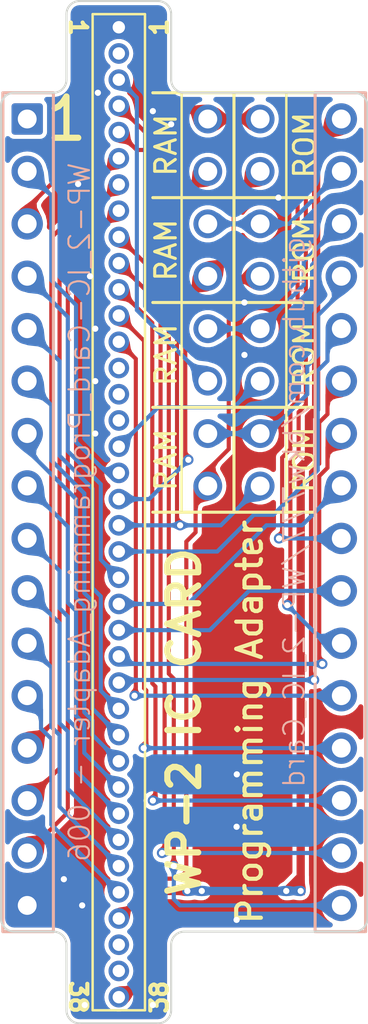
<source format=kicad_pcb>
(kicad_pcb (version 20240108) (generator "pcbnew") (generator_version "8.0")
  (title_block (title "WP-2_IC-Card_Programming_Adapter") (date "2025-05-07") (rev "006") (company "Brian K. White - b.kenyon.w@gmail.com"))
  (layers (0 "F.Cu" signal) (31 "B.Cu" signal) (34 "B.Paste" user) (35 "F.Paste" user) (36 "B.SilkS" user "B.Silkscreen") (37 "F.SilkS" user "F.Silkscreen") (38 "B.Mask" user) (39 "F.Mask" user) (44 "Edge.Cuts" user))
  (net 0 "")
  (net 1 "GND")
  (net 2 "/~{OE}")
  (net 3 "/D0")
  (net 4 "/D1")
  (net 5 "/D2")
  (net 6 "/D3")
  (net 7 "/D4")
  (net 8 "/D5")
  (net 9 "/D6")
  (net 10 "/D7")
  (net 11 "/A17")
  (net 12 "/A16")
  (net 13 "/A15")
  (net 14 "/A14")
  (net 15 "/A13")
  (net 16 "/A12")
  (net 17 "/A11")
  (net 18 "/A10")
  (net 19 "/A9")
  (net 20 "/A8")
  (net 21 "/A7")
  (net 22 "/A6")
  (net 23 "/A5")
  (net 24 "/A4")
  (net 25 "/A3")
  (net 26 "/A2")
  (net 27 "/A1")
  (net 28 "/A0")
  (net 29 "/R~{W}")
  (net 30 "/~{CE1}")
  (net 31 "/CE2")
  (net 32 "VCC")
  (net 33 "/A15_A14")
  (net 34 "/A14_~{WE}")
  (net 35 "/A17_CE2")
  (net 36 "/~{WE}_A15")
  (net 37 "/S3")
  (net 38 "/S1")
  (net 39 "/BCHK")
  (net 40 "/~{DET}")
  (net 41 "/T2")
  (net 42 "/S2")
  (footprint "000_LOCAL:2x16x600" (layer "F.Cu") (at 139.686 99.695)
    (property "Reference" "J2" (hide yes))
    (property "Value" "SST39SF020_DIP")
    (pad "1" thru_hole roundrect (at -7.62 -19.05) (size 1.524 1.524) (drill 0.9144) (layers "*.Cu" "*.Mask") (roundrect_rratio 0.1))
    (pad "2" thru_hole circle (at -7.62 -16.51) (size 1.524 1.524) (drill 0.9144) (layers "*.Cu" "*.Mask") (net 12 "/A16"))
    (pad "3" thru_hole circle (at -7.62 -13.97) (size 1.524 1.524) (drill 0.9144) (layers "*.Cu" "*.Mask") (net 33 "/A15_A14"))
    (pad "4" thru_hole circle (at -7.62 -11.43) (size 1.524 1.524) (drill 0.9144) (layers "*.Cu" "*.Mask") (net 16 "/A12"))
    (pad "5" thru_hole circle (at -7.62 -8.89) (size 1.524 1.524) (drill 0.9144) (layers "*.Cu" "*.Mask") (net 21 "/A7"))
    (pad "6" thru_hole circle (at -7.62 -6.35) (size 1.524 1.524) (drill 0.9144) (layers "*.Cu" "*.Mask") (net 22 "/A6"))
    (pad "7" thru_hole circle (at -7.62 -3.81) (size 1.524 1.524) (drill 0.9144) (layers "*.Cu" "*.Mask") (net 23 "/A5"))
    (pad "8" thru_hole circle (at -7.62 -1.27) (size 1.524 1.524) (drill 0.9144) (layers "*.Cu" "*.Mask") (net 24 "/A4"))
    (pad "9" thru_hole circle (at -7.62 1.27) (size 1.524 1.524) (drill 0.9144) (layers "*.Cu" "*.Mask") (net 25 "/A3"))
    (pad "10" thru_hole circle (at -7.62 3.81) (size 1.524 1.524) (drill 0.9144) (layers "*.Cu" "*.Mask") (net 26 "/A2"))
    (pad "11" thru_hole circle (at -7.62 6.35) (size 1.524 1.524) (drill 0.9144) (layers "*.Cu" "*.Mask") (net 27 "/A1"))
    (pad "12" thru_hole circle (at -7.62 8.89) (size 1.524 1.524) (drill 0.9144) (layers "*.Cu" "*.Mask") (net 28 "/A0"))
    (pad "13" thru_hole circle (at -7.62 11.43) (size 1.524 1.524) (drill 0.9144) (layers "*.Cu" "*.Mask") (net 3 "/D0"))
    (pad "14" thru_hole circle (at -7.62 13.97) (size 1.524 1.524) (drill 0.9144) (layers "*.Cu" "*.Mask") (net 4 "/D1"))
    (pad "15" thru_hole circle (at -7.62 16.51) (size 1.524 1.524) (drill 0.9144) (layers "*.Cu" "*.Mask") (net 5 "/D2"))
    (pad "16" thru_hole circle (at -7.62 19.05) (size 1.524 1.524) (drill 0.9144) (layers "*.Cu" "*.Mask") (net 1 "GND"))
    (pad "17" thru_hole circle (at 7.62 19.05) (size 1.524 1.524) (drill 0.9144) (layers "*.Cu" "*.Mask") (net 6 "/D3"))
    (pad "18" thru_hole circle (at 7.62 16.51) (size 1.524 1.524) (drill 0.9144) (layers "*.Cu" "*.Mask") (net 7 "/D4"))
    (pad "19" thru_hole circle (at 7.62 13.97) (size 1.524 1.524) (drill 0.9144) (layers "*.Cu" "*.Mask") (net 8 "/D5"))
    (pad "20" thru_hole circle (at 7.62 11.43) (size 1.524 1.524) (drill 0.9144) (layers "*.Cu" "*.Mask") (net 9 "/D6"))
    (pad "21" thru_hole circle (at 7.62 8.89) (size 1.524 1.524) (drill 0.9144) (layers "*.Cu" "*.Mask") (net 10 "/D7"))
    (pad "22" thru_hole circle (at 7.62 6.35) (size 1.524 1.524) (drill 0.9144) (layers "*.Cu" "*.Mask") (net 30 "/~{CE1}"))
    (pad "23" thru_hole circle (at 7.62 3.81) (size 1.524 1.524) (drill 0.9144) (layers "*.Cu" "*.Mask") (net 18 "/A10"))
    (pad "24" thru_hole circle (at 7.62 1.27) (size 1.524 1.524) (drill 0.9144) (layers "*.Cu" "*.Mask") (net 2 "/~{OE}"))
    (pad "25" thru_hole circle (at 7.62 -1.27) (size 1.524 1.524) (drill 0.9144) (layers "*.Cu" "*.Mask") (net 17 "/A11"))
    (pad "26" thru_hole circle (at 7.62 -3.81) (size 1.524 1.524) (drill 0.9144) (layers "*.Cu" "*.Mask") (net 19 "/A9"))
    (pad "27" thru_hole circle (at 7.62 -6.35) (size 1.524 1.524) (drill 0.9144) (layers "*.Cu" "*.Mask") (net 20 "/A8"))
    (pad "28" thru_hole circle (at 7.62 -8.89) (size 1.524 1.524) (drill 0.9144) (layers "*.Cu" "*.Mask") (net 15 "/A13"))
    (pad "29" thru_hole circle (at 7.62 -11.43) (size 1.524 1.524) (drill 0.9144) (layers "*.Cu" "*.Mask") (net 34 "/A14_~{WE}"))
    (pad "30" thru_hole circle (at 7.62 -13.97) (size 1.524 1.524) (drill 0.9144) (layers "*.Cu" "*.Mask") (net 35 "/A17_CE2"))
    (pad "31" thru_hole circle (at 7.62 -16.51) (size 1.524 1.524) (drill 0.9144) (layers "*.Cu" "*.Mask") (net 36 "/~{WE}_A15"))
    (pad "32" thru_hole circle (at 7.62 -19.05) (size 1.524 1.524) (drill 0.9144) (layers "*.Cu" "*.Mask") (net 32 "VCC"))
  )
  (footprint "000_LOCAL:2x8_jumper_block" (layer "F.Cu") (at 140.829 80.645)
    (property "Reference" "J3" (hide yes))
    (property "Value" "Conn_02x08_Odd_Even")
    (fp_line (start -1.27 -1.27) (end 3.81 -1.27) (stroke (width 0.12)) (layer "F.SilkS"))
    (fp_line (start -1.27 19.05) (end -1.27 -1.27) (stroke (width 0.12)) (layer "F.SilkS"))
    (fp_line (start 3.81 -1.27) (end 3.81 19.05) (stroke (width 0.12)) (layer "F.SilkS"))
    (fp_line (start 3.81 19.05) (end -1.27 19.05) (stroke (width 0.12)) (layer "F.SilkS"))
    (pad "1" thru_hole circle (at 0 0) (size 1.397 1.397) (drill 0.9144) (layers "*.Cu" "*.Mask") (net 33 "/A15_A14"))
    (pad "2" thru_hole circle (at 2.54 0) (size 1.397 1.397) (drill 0.9144) (layers "*.Cu" "*.Mask") (net 33 "/A15_A14"))
    (pad "3" thru_hole circle (at 0 2.54) (size 1.397 1.397) (drill 0.9144) (layers "*.Cu" "*.Mask") (net 14 "/A14"))
    (pad "4" thru_hole circle (at 2.54 2.54) (size 1.397 1.397) (drill 0.9144) (layers "*.Cu" "*.Mask") (net 13 "/A15"))
    (pad "5" thru_hole circle (at 0 5.08) (size 1.397 1.397) (drill 0.9144) (layers "*.Cu" "*.Mask") (net 36 "/~{WE}_A15"))
    (pad "6" thru_hole circle (at 2.54 5.08) (size 1.397 1.397) (drill 0.9144) (layers "*.Cu" "*.Mask") (net 36 "/~{WE}_A15"))
    (pad "7" thru_hole circle (at 0 7.62) (size 1.397 1.397) (drill 0.9144) (layers "*.Cu" "*.Mask") (net 13 "/A15"))
    (pad "8" thru_hole circle (at 2.54 7.62) (size 1.397 1.397) (drill 0.9144) (layers "*.Cu" "*.Mask") (net 29 "/R~{W}"))
    (pad "9" thru_hole circle (at 0 10.16) (size 1.397 1.397) (drill 0.9144) (layers "*.Cu" "*.Mask") (net 35 "/A17_CE2"))
    (pad "10" thru_hole circle (at 2.54 10.16) (size 1.397 1.397) (drill 0.9144) (layers "*.Cu" "*.Mask") (net 35 "/A17_CE2"))
    (pad "11" thru_hole circle (at 0 12.7) (size 1.397 1.397) (drill 0.9144) (layers "*.Cu" "*.Mask") (net 31 "/CE2"))
    (pad "12" thru_hole circle (at 2.54 12.7) (size 1.397 1.397) (drill 0.9144) (layers "*.Cu" "*.Mask") (net 11 "/A17"))
    (pad "13" thru_hole circle (at 0 15.24) (size 1.397 1.397) (drill 0.9144) (layers "*.Cu" "*.Mask") (net 34 "/A14_~{WE}"))
    (pad "14" thru_hole circle (at 2.54 15.24) (size 1.397 1.397) (drill 0.9144) (layers "*.Cu" "*.Mask") (net 34 "/A14_~{WE}"))
    (pad "15" thru_hole circle (at 0 17.78) (size 1.397 1.397) (drill 0.9144) (layers "*.Cu" "*.Mask") (net 29 "/R~{W}"))
    (pad "16" thru_hole circle (at 2.54 17.78) (size 1.397 1.397) (drill 0.9144) (layers "*.Cu" "*.Mask") (net 14 "/A14"))
  )
  (footprint "000_LOCAL:TMS-138-01-x-x" (layer "F.Cu") (at 136.511 99.695)
    (property "Reference" "J1" (hide yes))
    (property "Value" "TMS-138-01")
    (fp_line (start -1.27 -24.13) (end 1.27 -24.13) (stroke (width 0.12)) (layer "F.SilkS"))
    (fp_line (start -1.27 24.13) (end -1.27 -24.13) (stroke (width 0.12)) (layer "F.SilkS"))
    (fp_line (start 1.27 -24.13) (end 1.27 24.13) (stroke (width 0.12)) (layer "F.SilkS"))
    (fp_line (start 1.27 24.13) (end -1.27 24.13) (stroke (width 0.12)) (layer "F.SilkS"))
    (pad "1" thru_hole roundrect (at 0 -23.495) (size 1 1) (drill 0.6) (layers "*.Cu" "*.Mask") (roundrect_rratio 0.1) (net 1 "GND"))
    (pad "2" thru_hole circle (at 0 -22.225) (size 1 1) (drill 0.6) (layers "*.Cu" "*.Mask") (net 40 "/~{DET}"))
    (pad "3" thru_hole circle (at 0 -20.955) (size 1 1) (drill 0.6) (layers "*.Cu" "*.Mask") (net 31 "/CE2"))
    (pad "4" thru_hole circle (at 0 -19.685) (size 1 1) (drill 0.6) (layers "*.Cu" "*.Mask") (net 30 "/~{CE1}"))
    (pad "5" thru_hole circle (at 0 -18.415) (size 1 1) (drill 0.6) (layers "*.Cu" "*.Mask") (net 2 "/~{OE}"))
    (pad "6" thru_hole circle (at 0 -17.145) (size 1 1) (drill 0.6) (layers "*.Cu" "*.Mask") (net 3 "/D0"))
    (pad "7" thru_hole circle (at 0 -15.875) (size 1 1) (drill 0.6) (layers "*.Cu" "*.Mask") (net 4 "/D1"))
    (pad "8" thru_hole circle (at 0 -14.605) (size 1 1) (drill 0.6) (layers "*.Cu" "*.Mask") (net 5 "/D2"))
    (pad "9" thru_hole circle (at 0 -13.335) (size 1 1) (drill 0.6) (layers "*.Cu" "*.Mask") (net 6 "/D3"))
    (pad "10" thru_hole circle (at 0 -12.065) (size 1 1) (drill 0.6) (layers "*.Cu" "*.Mask") (net 7 "/D4"))
    (pad "11" thru_hole circle (at 0 -10.795) (size 1 1) (drill 0.6) (layers "*.Cu" "*.Mask") (net 8 "/D5"))
    (pad "12" thru_hole circle (at 0 -9.525) (size 1 1) (drill 0.6) (layers "*.Cu" "*.Mask") (net 9 "/D6"))
    (pad "13" thru_hole circle (at 0 -8.255) (size 1 1) (drill 0.6) (layers "*.Cu" "*.Mask") (net 10 "/D7"))
    (pad "14" thru_hole circle (at 0 -6.985) (size 1 1) (drill 0.6) (layers "*.Cu" "*.Mask") (net 41 "/T2"))
    (pad "15" thru_hole circle (at 0 -5.715) (size 1 1) (drill 0.6) (layers "*.Cu" "*.Mask") (net 38 "/S1"))
    (pad "16" thru_hole circle (at 0 -4.445) (size 1 1) (drill 0.6) (layers "*.Cu" "*.Mask") (net 42 "/S2"))
    (pad "17" thru_hole circle (at 0 -3.175) (size 1 1) (drill 0.6) (layers "*.Cu" "*.Mask") (net 11 "/A17"))
    (pad "18" thru_hole circle (at 0 -1.905) (size 1 1) (drill 0.6) (layers "*.Cu" "*.Mask") (net 12 "/A16"))
    (pad "19" thru_hole circle (at 0 -0.635) (size 1 1) (drill 0.6) (layers "*.Cu" "*.Mask") (net 13 "/A15"))
    (pad "20" thru_hole circle (at 0 0.635) (size 1 1) (drill 0.6) (layers "*.Cu" "*.Mask") (net 14 "/A14"))
    (pad "21" thru_hole circle (at 0 1.905) (size 1 1) (drill 0.6) (layers "*.Cu" "*.Mask") (net 15 "/A13"))
    (pad "22" thru_hole circle (at 0 3.175) (size 1 1) (drill 0.6) (layers "*.Cu" "*.Mask") (net 16 "/A12"))
    (pad "23" thru_hole circle (at 0 4.445) (size 1 1) (drill 0.6) (layers "*.Cu" "*.Mask") (net 17 "/A11"))
    (pad "24" thru_hole circle (at 0 5.715) (size 1 1) (drill 0.6) (layers "*.Cu" "*.Mask") (net 18 "/A10"))
    (pad "25" thru_hole circle (at 0 6.985) (size 1 1) (drill 0.6) (layers "*.Cu" "*.Mask") (net 19 "/A9"))
    (pad "26" thru_hole circle (at 0 8.255) (size 1 1) (drill 0.6) (layers "*.Cu" "*.Mask") (net 20 "/A8"))
    (pad "27" thru_hole circle (at 0 9.525) (size 1 1) (drill 0.6) (layers "*.Cu" "*.Mask") (net 21 "/A7"))
    (pad "28" thru_hole circle (at 0 10.795) (size 1 1) (drill 0.6) (layers "*.Cu" "*.Mask") (net 22 "/A6"))
    (pad "29" thru_hole circle (at 0 12.065) (size 1 1) (drill 0.6) (layers "*.Cu" "*.Mask") (net 23 "/A5"))
    (pad "30" thru_hole circle (at 0 13.335) (size 1 1) (drill 0.6) (layers "*.Cu" "*.Mask") (net 24 "/A4"))
    (pad "31" thru_hole circle (at 0 14.605) (size 1 1) (drill 0.6) (layers "*.Cu" "*.Mask") (net 25 "/A3"))
    (pad "32" thru_hole circle (at 0 15.875) (size 1 1) (drill 0.6) (layers "*.Cu" "*.Mask") (net 26 "/A2"))
    (pad "33" thru_hole circle (at 0 17.145) (size 1 1) (drill 0.6) (layers "*.Cu" "*.Mask") (net 27 "/A1"))
    (pad "34" thru_hole circle (at 0 18.415) (size 1 1) (drill 0.6) (layers "*.Cu" "*.Mask") (net 28 "/A0"))
    (pad "35" thru_hole circle (at 0 19.685) (size 1 1) (drill 0.6) (layers "*.Cu" "*.Mask") (net 29 "/R~{W}"))
    (pad "36" thru_hole circle (at 0 20.955) (size 1 1) (drill 0.6) (layers "*.Cu" "*.Mask") (net 37 "/S3"))
    (pad "37" thru_hole circle (at 0 22.225) (size 1 1) (drill 0.6) (layers "*.Cu" "*.Mask") (net 39 "/BCHK"))
    (pad "38" thru_hole circle (at 0 23.495) (size 1 1) (drill 0.6) (layers "*.Cu" "*.Mask") (net 32 "VCC"))
  )
  (gr_poly (pts (xy 144.636 118.045) (xy 145.336 118.045) (xy 145.336 117.345)) (stroke (width 0.4)) (fill solid) (layer "F.Cu") (net 32))
  (gr_line (start 130.886 79.375) (end 133.336 79.375) (stroke (width 0.15)) (layer "B.SilkS"))
  (gr_line (start 146.036 79.375) (end 148.486 79.375) (stroke (width 0.15)) (layer "B.SilkS"))
  (gr_line (start 148.486 79.375) (end 148.486 120.015) (stroke (width 0.15)) (layer "B.SilkS"))
  (gr_line (start 130.886 120.015) (end 130.886 79.375) (stroke (width 0.15)) (layer "B.SilkS"))
  (gr_line (start 133.336 79.375) (end 133.336 120.015) (stroke (width 0.15)) (layer "B.SilkS"))
  (gr_line (start 146.036 120.015) (end 146.036 79.375) (stroke (width 0.15)) (layer "B.SilkS"))
  (gr_line (start 133.336 120.015) (end 130.886 120.015) (stroke (width 0.15)) (layer "B.SilkS"))
  (gr_line (start 148.486 120.015) (end 146.036 120.015) (stroke (width 0.15)) (layer "B.SilkS"))
  (gr_line (start 146.036 99.695) (end 138.162 99.695) (stroke (width 0.15)) (layer "F.SilkS"))
  (gr_line (start 146.036 94.615) (end 138.162 94.615) (stroke (width 0.15)) (layer "F.SilkS"))
  (gr_line (start 146.036 89.535) (end 138.162 89.535) (stroke (width 0.15)) (layer "F.SilkS"))
  (gr_line (start 146.036 84.455) (end 138.162 84.455) (stroke (width 0.15)) (layer "F.SilkS"))
  (gr_line (start 146.036 79.375) (end 138.162 79.375) (stroke (width 0.15)) (layer "F.SilkS"))
  (gr_line (start 142.099 79.375) (end 142.099 99.695) (stroke (width 0.15)) (layer "F.SilkS"))
  (gr_line (start 134.606 74.93) (end 138.416 74.93) (stroke (width 0.1)) (layer "Edge.Cuts"))
  (gr_line (start 148.576 80.01) (end 148.576 119.38) (stroke (width 0.1)) (layer "Edge.Cuts"))
  (gr_line (start 138.416 124.46) (end 134.606 124.46) (stroke (width 0.1)) (layer "Edge.Cuts"))
  (gr_line (start 130.796 119.38) (end 130.796 80.01) (stroke (width 0.1)) (layer "Edge.Cuts"))
  (gr_arc (start 131.431 120.015) (mid 130.981987 119.829013) (end 130.796 119.38) (stroke (width 0.1)) (layer "Edge.Cuts"))
  (gr_arc (start 130.796 80.01) (mid 130.981987 79.560987) (end 131.431 79.375) (stroke (width 0.1)) (layer "Edge.Cuts"))
  (gr_arc (start 133.336 120.015) (mid 133.785013 120.200987) (end 133.971 120.65) (stroke (width 0.1)) (layer "Edge.Cuts"))
  (gr_line (start 131.431 120.015) (end 133.336 120.015) (stroke (width 0.1)) (layer "Edge.Cuts"))
  (gr_line (start 133.971 120.65) (end 133.971 123.825) (stroke (width 0.1)) (layer "Edge.Cuts"))
  (gr_arc (start 147.941 79.375) (mid 148.390013 79.560987) (end 148.576 80.01) (stroke (width 0.1)) (layer "Edge.Cuts"))
  (gr_arc (start 139.051 123.825) (mid 138.865013 124.274013) (end 138.416 124.46) (stroke (width 0.1)) (layer "Edge.Cuts"))
  (gr_arc (start 139.051 120.65) (mid 139.236987 120.200987) (end 139.686 120.015) (stroke (width 0.1)) (layer "Edge.Cuts"))
  (gr_line (start 131.431 79.375) (end 133.336 79.375) (stroke (width 0.1)) (layer "Edge.Cuts"))
  (gr_arc (start 139.686 79.375) (mid 139.236987 79.189013) (end 139.051 78.74) (stroke (width 0.1)) (layer "Edge.Cuts"))
  (gr_arc (start 138.416 74.93) (mid 138.865013 75.115987) (end 139.051 75.565) (stroke (width 0.1)) (layer "Edge.Cuts"))
  (gr_arc (start 134.606 124.46) (mid 134.156987 124.274013) (end 133.971 123.825) (stroke (width 0.1)) (layer "Edge.Cuts"))
  (gr_line (start 133.971 78.74) (end 133.971 75.565) (stroke (width 0.1)) (layer "Edge.Cuts"))
  (gr_arc (start 133.971 75.565) (mid 134.156987 75.115987) (end 134.606 74.93) (stroke (width 0.1)) (layer "Edge.Cuts"))
  (gr_line (start 139.686 79.375) (end 147.941 79.375) (stroke (width 0.1)) (layer "Edge.Cuts"))
  (gr_arc (start 148.576 119.38) (mid 148.390013 119.829013) (end 147.941 120.015) (stroke (width 0.1)) (layer "Edge.Cuts"))
  (gr_line (start 139.051 120.65) (end 139.051 123.825) (stroke (width 0.1)) (layer "Edge.Cuts"))
  (gr_line (start 139.051 75.565) (end 139.051 78.74) (stroke (width 0.1)) (layer "Edge.Cuts"))
  (gr_line (start 139.686 120.015) (end 147.941 120.015) (stroke (width 0.1)) (layer "Edge.Cuts"))
  (gr_arc (start 133.971 78.74) (mid 133.785013 79.189013) (end 133.336 79.375) (stroke (width 0.1)) (layer "Edge.Cuts"))
  (gr_text "${TITLE} - ${REVISION}" (at 134.606 99.695 90) (layer "B.SilkS") (effects (font (size 1 1) (thickness 0.1)) (justify mirror)))
  (gr_text "github.com/bkw777/WP-2_IC_Card" (at 145.02 99.695 90) (layer "B.SilkS") (effects (font (size 1 1) (thickness 0.1)) (justify mirror)))
  (gr_text "WP-2 IC CARD" (at 139.686 109.855 90) (layer "F.SilkS") (effects (font (size 1.5 1.5) (thickness 0.3))))
  (gr_text "38" (at 138.4795 123.19 90) (layer "F.SilkS") (effects (font (size 0.8 0.8) (thickness 0.2))))
  (gr_text "1" (at 138.4795 76.2 90) (layer "F.SilkS") (effects (font (size 0.8 0.8) (thickness 0.2))))
  (gr_text "RAM" (at 138.797 97.155 90) (layer "F.SilkS") (effects (font (size 1 1))))
  (gr_text "RAM" (at 138.797 92.075 90) (layer "F.SilkS") (effects (font (size 1 1))))
  (gr_text "RAM" (at 138.797 86.995 90) (layer "F.SilkS") (effects (font (size 1 1))))
  (gr_text "RAM" (at 138.797 81.915 90) (layer "F.SilkS") (effects (font (size 1 1))))
  (gr_text "ROM" (at 145.528 97.155 90) (layer "F.SilkS") (effects (font (size 1 1))))
  (gr_text "ROM" (at 145.528 92.075 90) (layer "F.SilkS") (effects (font (size 1 1))))
  (gr_text "1" (at 133.971 80.645 0) (layer "F.SilkS") (effects (font (size 2 2) (thickness 0.3))))
  (gr_text "Programming Adapter" (at 142.861 109.855 90) (layer "F.SilkS") (effects (font (size 1.2 1.2) (thickness 0.2))))
  (gr_text "ROM" (at 145.528 86.995 90) (layer "F.SilkS") (effects (font (size 1 1))))
  (gr_text "ROM" (at 145.528 81.915 90) (layer "F.SilkS") (effects (font (size 1 1))))
  (gr_text "38" (at 134.5425 123.19 -90) (layer "F.SilkS") (effects (font (size 0.8 0.8) (thickness 0.2))))
  (gr_text "1" (at 134.5425 76.2 -90) (layer "F.SilkS") (effects (font (size 0.8 0.8) (thickness 0.2))))
  (via (at 142.226 119.445) (size 0.5) (drill 0.3) (layers "F.Cu" "B.Cu") (net 1))
  (via (at 134.86 123.571) (size 0.5) (drill 0.3) (layers "F.Cu" "B.Cu") (net 1))
  (via (at 142.607 89.535) (size 0.5) (drill 0.3) (layers "F.Cu" "B.Cu") (net 1))
  (via (at 138.162 123.571) (size 0.5) (drill 0.3) (layers "F.Cu" "B.Cu") (net 1))
  (via (at 135.495 79.375) (size 0.5) (drill 0.3) (layers "F.Cu" "B.Cu") (net 1))
  (via (at 134.536 83.795) (size 0.5) (drill 0.3) (layers "F.Cu" "B.Cu") (net 1))
  (via (at 139.051 80.899) (size 0.5) (drill 0.3) (layers "F.Cu" "B.Cu") (net 1))
  (via (at 133.844 117.475) (size 0.5) (drill 0.3) (layers "F.Cu" "B.Cu") (net 1))
  (via (at 144.258 84.455) (size 0.5) (drill 0.3) (layers "F.Cu" "B.Cu") (net 1))
  (via (at 135.368 93.345) (size 0.5) (drill 0.3) (layers "F.Cu" "B.Cu") (net 1))
  (via (at 135.114 88.265) (size 0.5) (drill 0.3) (layers "F.Cu" "B.Cu") (net 1))
  (via (at 142.607 92.075) (size 0.5) (drill 0.3) (layers "F.Cu" "B.Cu") (net 1))
  (via (at 142.226 114.935) (size 0.5) (drill 0.3) (layers "F.Cu" "B.Cu") (net 1))
  (via (at 135.368 95.885) (size 0.5) (drill 0.3) (layers "F.Cu" "B.Cu") (net 1))
  (via (at 135.368 90.805) (size 0.5) (drill 0.3) (layers "F.Cu" "B.Cu") (net 1))
  (via (at 134.733 118.745) (size 0.5) (drill 0.3) (layers "F.Cu" "B.Cu") (net 1))
  (via (at 138.162 80.264) (size 0.5) (drill 0.3) (layers "F.Cu" "B.Cu") (net 1))
  (via (at 142.236 112.395) (size 0.5) (drill 0.3) (layers "F.Cu" "B.Cu") (net 1))
  (segment (start 145.186 94.295) (end 145.186 83.478) (width 0.2) (layer "F.Cu") (net 2))
  (segment (start 144.2834 100.965) (end 144.436 100.8124) (width 0.2) (layer "F.Cu") (net 2))
  (segment (start 137.376 82.145) (end 136.511 81.28) (width 0.2) (layer "F.Cu") (net 2))
  (segment (start 144.436 100.8124) (end 144.436 97.045) (width 0.2) (layer "F.Cu") (net 2))
  (segment (start 145.186 83.478) (end 143.853 82.145) (width 0.2) (layer "F.Cu") (net 2))
  (segment (start 143.853 82.145) (end 137.376 82.145) (width 0.2) (layer "F.Cu") (net 2))
  (segment (start 144.436 97.045) (end 144.836 96.645) (width 0.2) (layer "F.Cu") (net 2))
  (segment (start 144.836 96.645) (end 144.836 94.645) (width 0.2) (layer "F.Cu") (net 2))
  (segment (start 144.836 94.645) (end 145.186 94.295) (width 0.2) (layer "F.Cu") (net 2))
  (via (at 144.2834 100.965) (size 0.5) (drill 0.3) (layers "F.Cu" "B.Cu") (net 2))
  (segment (start 144.2834 100.965) (end 147.306 100.965) (width 0.2) (layer "B.Cu") (net 2))
  (segment (start 133.236 86.395) (end 135.536 84.095) (width 0.2) (layer "F.Cu") (net 3))
  (segment (start 135.536 83.525) (end 136.511 82.55) (width 0.2) (layer "F.Cu") (net 3))
  (segment (start 135.536 84.095) (end 135.536 83.525) (width 0.2) (layer "F.Cu") (net 3))
  (segment (start 132.066 111.125) (end 133.236 109.955) (width 0.2) (layer "F.Cu") (net 3))
  (segment (start 133.236 109.955) (end 133.236 86.395) (width 0.2) (layer "F.Cu") (net 3))
  (segment (start 132.066 113.665) (end 133.636 112.095) (width 0.2) (layer "F.Cu") (net 4))
  (segment (start 133.636 112.095) (end 133.636 86.695) (width 0.2) (layer "F.Cu") (net 4))
  (segment (start 133.636 86.695) (end 136.511 83.82) (width 0.2) (layer "F.Cu") (net 4))
  (segment (start 134.036 114.235) (end 134.036 87.565) (width 0.2) (layer "F.Cu") (net 5))
  (segment (start 132.066 116.205) (end 134.036 114.235) (width 0.2) (layer "F.Cu") (net 5))
  (segment (start 134.036 87.565) (end 136.511 85.09) (width 0.2) (layer "F.Cu") (net 5))
  (segment (start 138.936 107.5175) (end 138.936 88.785) (width 0.2) (layer "F.Cu") (net 6))
  (segment (start 139.178 107.7595) (end 138.936 107.5175) (width 0.2) (layer "F.Cu") (net 6))
  (segment (start 138.936 88.785) (end 136.511 86.36) (width 0.2) (layer "F.Cu") (net 6))
  (segment (start 139.178 116.84) (end 139.178 107.7595) (width 0.2) (layer "F.Cu") (net 6))
  (via (at 139.178 116.84) (size 0.5) (drill 0.3) (layers "F.Cu" "B.Cu") (net 6))
  (segment (start 139.4828 118.745) (end 147.306 118.745) (width 0.2) (layer "B.Cu") (net 6))
  (segment (start 139.178 116.84) (end 139.178 118.4402) (width 0.2) (layer "B.Cu") (net 6))
  (segment (start 139.178 118.4402) (end 139.4828 118.745) (width 0.2) (layer "B.Cu") (net 6))
  (segment (start 138.536 89.655) (end 136.511 87.63) (width 0.2) (layer "F.Cu") (net 7))
  (segment (start 138.7335 107.95) (end 138.536 107.7525) (width 0.2) (layer "F.Cu") (net 7))
  (segment (start 138.536 107.7525) (end 138.536 89.655) (width 0.2) (layer "F.Cu") (net 7))
  (segment (start 138.6065 116.205) (end 138.7335 116.078) (width 0.2) (layer "F.Cu") (net 7))
  (segment (start 138.7335 116.078) (end 138.7335 107.95) (width 0.2) (layer "F.Cu") (net 7))
  (via (at 138.6065 116.205) (size 0.5) (drill 0.3) (layers "F.Cu" "B.Cu") (net 7))
  (segment (start 138.6065 116.205) (end 147.306 116.205) (width 0.2) (layer "B.Cu") (net 7))
  (segment (start 138.162 113.665) (end 138.289 113.538) (width 0.2) (layer "F.Cu") (net 8))
  (segment (start 138.289 108.1405) (end 138.136 107.9875) (width 0.2) (layer "F.Cu") (net 8))
  (segment (start 138.136 90.525) (end 136.511 88.9) (width 0.2) (layer "F.Cu") (net 8))
  (segment (start 138.289 113.538) (end 138.289 108.1405) (width 0.2) (layer "F.Cu") (net 8))
  (segment (start 138.136 107.9875) (end 138.136 90.525) (width 0.2) (layer "F.Cu") (net 8))
  (via (at 138.162 113.665) (size 0.5) (drill 0.3) (layers "F.Cu" "B.Cu") (net 8))
  (segment (start 138.162 113.665) (end 147.306 113.665) (width 0.2) (layer "B.Cu") (net 8))
  (segment (start 137.7175 111.125) (end 137.8445 110.998) (width 0.2) (layer "F.Cu") (net 9))
  (segment (start 137.736 108.2225) (end 137.736 91.395) (width 0.2) (layer "F.Cu") (net 9))
  (segment (start 137.8445 108.331) (end 137.736 108.2225) (width 0.2) (layer "F.Cu") (net 9))
  (segment (start 137.736 91.395) (end 136.511 90.17) (width 0.2) (layer "F.Cu") (net 9))
  (segment (start 137.8445 110.998) (end 137.8445 108.331) (width 0.2) (layer "F.Cu") (net 9))
  (via (at 137.7175 111.125) (size 0.5) (drill 0.3) (layers "F.Cu" "B.Cu") (net 9))
  (segment (start 137.7175 111.125) (end 147.306 111.125) (width 0.2) (layer "B.Cu") (net 9))
  (segment (start 137.336 108.522) (end 137.336 92.265) (width 0.2) (layer "F.Cu") (net 10))
  (segment (start 137.336 92.265) (end 136.511 91.44) (width 0.2) (layer "F.Cu") (net 10))
  (segment (start 137.273 108.585) (end 137.336 108.522) (width 0.2) (layer "F.Cu") (net 10))
  (via (at 137.273 108.585) (size 0.5) (drill 0.3) (layers "F.Cu" "B.Cu") (net 10))
  (segment (start 137.273 108.585) (end 147.306 108.585) (width 0.2) (layer "B.Cu") (net 10))
  (segment (start 138.416 94.615) (end 142.099 94.615) (width 0.2) (layer "B.Cu") (net 11))
  (segment (start 136.511 96.52) (end 138.416 94.615) (width 0.2) (layer "B.Cu") (net 11))
  (segment (start 142.099 94.615) (end 143.369 93.345) (width 0.2) (layer "B.Cu") (net 11))
  (segment (start 134.436 96.295) (end 135.931 97.79) (width 0.2) (layer "B.Cu") (net 12))
  (segment (start 133.236 84.355) (end 133.236 88.4571) (width 0.2) (layer "B.Cu") (net 12))
  (segment (start 133.236 88.4571) (end 134.436 89.6571) (width 0.2) (layer "B.Cu") (net 12))
  (segment (start 134.436 89.6571) (end 134.436 96.295) (width 0.2) (layer "B.Cu") (net 12))
  (segment (start 132.066 83.185) (end 133.236 84.355) (width 0.2) (layer "B.Cu") (net 12))
  (segment (start 135.931 97.79) (end 136.511 97.79) (width 0.2) (layer "B.Cu") (net 12))
  (segment (start 139.736 89.358) (end 140.829 88.265) (width 0.2) (layer "F.Cu") (net 13))
  (segment (start 142.086 87.008) (end 142.086 84.468) (width 0.2) (layer "F.Cu") (net 13))
  (segment (start 142.086 84.468) (end 143.369 83.185) (width 0.2) (layer "F.Cu") (net 13))
  (segment (start 139.886 97.155) (end 139.736 97.005) (width 0.2) (layer "F.Cu") (net 13))
  (segment (start 139.736 97.005) (end 139.736 89.358) (width 0.2) (layer "F.Cu") (net 13))
  (segment (start 140.829 88.265) (end 142.086 87.008) (width 0.2) (layer "F.Cu") (net 13))
  (via (at 139.886 97.155) (size 0.5) (drill 0.3) (layers "F.Cu" "B.Cu") (net 13))
  (segment (start 139.886 97.155) (end 137.981 99.06) (width 0.2) (layer "B.Cu") (net 13))
  (segment (start 137.981 99.06) (end 136.511 99.06) (width 0.2) (layer "B.Cu") (net 13))
  (segment (start 139.336 100.18) (end 139.336 84.678) (width 0.2) (layer "F.Cu") (net 14))
  (segment (start 139.336 84.678) (end 140.829 83.185) (width 0.2) (layer "F.Cu") (net 14))
  (segment (start 139.486 100.33) (end 139.336 100.18) (width 0.2) (layer "F.Cu") (net 14))
  (via (at 139.486 100.33) (size 0.5) (drill 0.3) (layers "F.Cu" "B.Cu") (net 14))
  (segment (start 136.511 100.33) (end 139.486 100.33) (width 0.2) (layer "B.Cu") (net 14))
  (segment (start 141.464 100.33) (end 143.369 98.425) (width 0.2) (layer "B.Cu") (net 14))
  (segment (start 139.486 100.33) (end 141.464 100.33) (width 0.2) (layer "B.Cu") (net 14))
  (segment (start 147.306 90.805) (end 146.636 91.475) (width 0.2) (layer "B.Cu") (net 15))
  (segment (start 146.636 92.364) (end 146.163 92.837) (width 0.2) (layer "B.Cu") (net 15))
  (segment (start 146.163 92.837) (end 146.163 97.668) (width 0.2) (layer "B.Cu") (net 15))
  (segment (start 143.0642 99.822) (end 141.2862 101.6) (width 0.2) (layer "B.Cu") (net 15))
  (segment (start 144.009 99.822) (end 143.0642 99.822) (width 0.2) (layer "B.Cu") (net 15))
  (segment (start 141.2862 101.6) (end 136.511 101.6) (width 0.2) (layer "B.Cu") (net 15))
  (segment (start 146.636 91.475) (end 146.636 92.364) (width 0.2) (layer "B.Cu") (net 15))
  (segment (start 146.163 97.668) (end 144.009 99.822) (width 0.2) (layer "B.Cu") (net 15))
  (segment (start 135.636 98.34) (end 135.636 101.995) (width 0.2) (layer "B.Cu") (net 16))
  (segment (start 135.636 101.995) (end 136.511 102.87) (width 0.2) (layer "B.Cu") (net 16))
  (segment (start 134.036 96.74) (end 135.636 98.34) (width 0.2) (layer "B.Cu") (net 16))
  (segment (start 134.036 90.235) (end 134.036 96.74) (width 0.2) (layer "B.Cu") (net 16))
  (segment (start 132.066 88.265) (end 134.036 90.235) (width 0.2) (layer "B.Cu") (net 16))
  (segment (start 147.306 98.425) (end 145.401 100.33) (width 0.2) (layer "B.Cu") (net 17))
  (segment (start 145.401 100.33) (end 143.6738 100.33) (width 0.2) (layer "B.Cu") (net 17))
  (segment (start 143.6738 100.33) (end 139.8638 104.14) (width 0.2) (layer "B.Cu") (net 17))
  (segment (start 139.8638 104.14) (end 136.511 104.14) (width 0.2) (layer "B.Cu") (net 17))
  (segment (start 140.921 105.41) (end 142.826 103.505) (width 0.2) (layer "B.Cu") (net 18))
  (segment (start 136.511 105.41) (end 140.921 105.41) (width 0.2) (layer "B.Cu") (net 18))
  (segment (start 142.826 103.505) (end 147.306 103.505) (width 0.2) (layer "B.Cu") (net 18))
  (segment (start 146.386 107.045) (end 146.236 106.895) (width 0.2) (layer "F.Cu") (net 19))
  (segment (start 146.236 97.945) (end 146.636 97.545) (width 0.2) (layer "F.Cu") (net 19))
  (segment (start 146.636 96.555) (end 147.306 95.885) (width 0.2) (layer "F.Cu") (net 19))
  (segment (start 146.636 97.545) (end 146.636 96.555) (width 0.2) (layer "F.Cu") (net 19))
  (segment (start 146.236 106.895) (end 146.236 97.945) (width 0.2) (layer "F.Cu") (net 19))
  (via (at 146.386 107.045) (size 0.5) (drill 0.3) (layers "F.Cu" "B.Cu") (net 19))
  (segment (start 136.751 107.045) (end 136.386 106.68) (width 0.2) (layer "B.Cu") (net 19))
  (segment (start 146.386 107.045) (end 136.751 107.045) (width 0.2) (layer "B.Cu") (net 19))
  (segment (start 146.236 97.345) (end 146.236 95.345) (width 0.2) (layer "F.Cu") (net 20))
  (segment (start 145.836 107.673) (end 145.836 97.745) (width 0.2) (layer "F.Cu") (net 20))
  (segment (start 146.236 95.345) (end 146.636 94.945) (width 0.2) (layer "F.Cu") (net 20))
  (segment (start 146.636 94.945) (end 146.636 94.015) (width 0.2) (layer "F.Cu") (net 20))
  (segment (start 146.636 94.015) (end 147.306 93.345) (width 0.2) (layer "F.Cu") (net 20))
  (segment (start 145.986 107.823) (end 145.836 107.673) (width 0.2) (layer "F.Cu") (net 20))
  (segment (start 145.836 97.745) (end 146.236 97.345) (width 0.2) (layer "F.Cu") (net 20))
  (via (at 145.986 107.823) (size 0.5) (drill 0.3) (layers "F.Cu" "B.Cu") (net 20))
  (segment (start 136.638 107.823) (end 136.511 107.95) (width 0.2) (layer "B.Cu") (net 20))
  (segment (start 145.986 107.823) (end 136.638 107.823) (width 0.2) (layer "B.Cu") (net 20))
  (segment (start 135.636 108.345) (end 136.511 109.22) (width 0.2) (layer "B.Cu") (net 21))
  (segment (start 133.636 92.375) (end 133.636 96.9575) (width 0.2) (layer "B.Cu") (net 21))
  (segment (start 135.236 103.373) (end 135.636 103.773) (width 0.2) (layer "B.Cu") (net 21))
  (segment (start 133.636 96.9575) (end 135.236 98.5575) (width 0.2) (layer "B.Cu") (net 21))
  (segment (start 135.636 103.773) (end 135.636 108.345) (width 0.2) (layer "B.Cu") (net 21))
  (segment (start 132.066 90.805) (end 133.636 92.375) (width 0.2) (layer "B.Cu") (net 21))
  (segment (start 135.236 98.5575) (end 135.236 103.373) (width 0.2) (layer "B.Cu") (net 21))
  (segment (start 133.236 94.515) (end 133.236 97.182) (width 0.2) (layer "B.Cu") (net 22))
  (segment (start 135.236 109.215) (end 136.511 110.49) (width 0.2) (layer "B.Cu") (net 22))
  (segment (start 134.836 98.782) (end 134.836 103.608) (width 0.2) (layer "B.Cu") (net 22))
  (segment (start 133.236 97.182) (end 134.836 98.782) (width 0.2) (layer "B.Cu") (net 22))
  (segment (start 134.836 103.608) (end 135.236 104.008) (width 0.2) (layer "B.Cu") (net 22))
  (segment (start 132.066 93.345) (end 133.236 94.515) (width 0.2) (layer "B.Cu") (net 22))
  (segment (start 135.236 104.008) (end 135.236 109.215) (width 0.2) (layer "B.Cu") (net 22))
  (segment (start 134.836 104.243) (end 134.836 109.385) (width 0.2) (layer "B.Cu") (net 23))
  (segment (start 134.436 99.056) (end 134.436 103.843) (width 0.2) (layer "B.Cu") (net 23))
  (segment (start 135.236 109.785) (end 135.236 110.485) (width 0.2) (layer "B.Cu") (net 23))
  (segment (start 134.436 103.843) (end 134.836 104.243) (width 0.2) (layer "B.Cu") (net 23))
  (segment (start 135.236 110.485) (end 136.511 111.76) (width 0.2) (layer "B.Cu") (net 23))
  (segment (start 132.066 96.686) (end 134.436 99.056) (width 0.2) (layer "B.Cu") (net 23))
  (segment (start 134.836 109.385) (end 135.236 109.785) (width 0.2) (layer "B.Cu") (net 23))
  (segment (start 132.066 95.885) (end 132.066 96.686) (width 0.2) (layer "B.Cu") (net 23))
  (segment (start 134.436 109.5575) (end 134.836 109.9575) (width 0.2) (layer "B.Cu") (net 24))
  (segment (start 134.036 104.078) (end 134.436 104.478) (width 0.2) (layer "B.Cu") (net 24))
  (segment (start 134.436 104.478) (end 134.436 109.5575) (width 0.2) (layer "B.Cu") (net 24))
  (segment (start 134.836 109.9575) (end 134.836 111.355) (width 0.2) (layer "B.Cu") (net 24))
  (segment (start 134.036 100.395) (end 134.036 104.078) (width 0.2) (layer "B.Cu") (net 24))
  (segment (start 132.066 98.425) (end 134.036 100.395) (width 0.2) (layer "B.Cu") (net 24))
  (segment (start 134.836 111.355) (end 136.511 113.03) (width 0.2) (layer "B.Cu") (net 24))
  (segment (start 134.036 104.7485) (end 134.036 109.735) (width 0.2) (layer "B.Cu") (net 25))
  (segment (start 133.636 104.3485) (end 134.036 104.7485) (width 0.2) (layer "B.Cu") (net 25))
  (segment (start 132.066 100.965) (end 133.636 102.535) (width 0.2) (layer "B.Cu") (net 25))
  (segment (start 133.636 102.535) (end 133.636 104.3485) (width 0.2) (layer "B.Cu") (net 25))
  (segment (start 134.036 109.735) (end 134.436 110.135) (width 0.2) (layer "B.Cu") (net 25))
  (segment (start 134.436 112.225) (end 136.511 114.3) (width 0.2) (layer "B.Cu") (net 25))
  (segment (start 134.436 110.135) (end 134.436 112.225) (width 0.2) (layer "B.Cu") (net 25))
  (segment (start 134.036 113.095) (end 136.511 115.57) (width 0.2) (layer "B.Cu") (net 26))
  (segment (start 132.066 103.505) (end 133.636 105.075) (width 0.2) (layer "B.Cu") (net 26))
  (segment (start 134.036 110.315) (end 134.036 113.095) (width 0.2) (layer "B.Cu") (net 26))
  (segment (start 133.636 105.075) (end 133.636 109.915) (width 0.2) (layer "B.Cu") (net 26))
  (segment (start 133.636 109.915) (end 134.036 110.315) (width 0.2) (layer "B.Cu") (net 26))
  (segment (start 133.636 110.495) (end 133.636 113.965) (width 0.2) (layer "B.Cu") (net 27))
  (segment (start 133.636 113.965) (end 136.511 116.84) (width 0.2) (layer "B.Cu") (net 27))
  (segment (start 133.236 107.215) (end 133.236 110.095) (width 0.2) (layer "B.Cu") (net 27))
  (segment (start 133.236 110.095) (end 133.636 110.495) (width 0.2) (layer "B.Cu") (net 27))
  (segment (start 132.066 106.045) (end 133.236 107.215) (width 0.2) (layer "B.Cu") (net 27))
  (segment (start 132.736 110.175) (end 133.236 110.675) (width 0.2) (layer "B.Cu") (net 28))
  (segment (start 132.736 109.255) (end 132.736 110.175) (width 0.2) (layer "B.Cu") (net 28))
  (segment (start 133.236 110.675) (end 133.236 114.835) (width 0.2) (layer "B.Cu") (net 28))
  (segment (start 133.236 114.835) (end 136.511 118.11) (width 0.2) (layer "B.Cu") (net 28))
  (segment (start 132.066 108.585) (end 132.736 109.255) (width 0.2) (layer "B.Cu") (net 28))
  (segment (start 138.4414 117.4496) (end 136.511 119.38) (width 0.2) (layer "F.Cu") (net 29))
  (segment (start 141.845 96.636) (end 141.845 89.0016) (width 0.2) (layer "F.Cu") (net 29))
  (segment (start 139.7876 101.1174) (end 139.7876 117.094) (width 0.2) (layer "F.Cu") (net 29))
  (segment (start 140.829 98.425) (end 140.829 97.652) (width 0.2) (layer "F.Cu") (net 29))
  (segment (start 142.5816 88.265) (end 143.369 88.265) (width 0.2) (layer "F.Cu") (net 29))
  (segment (start 140.829 97.652) (end 141.845 96.636) (width 0.2) (layer "F.Cu") (net 29))
  (segment (start 140.829 98.425) (end 140.236 99.018) (width 0.2) (layer "F.Cu") (net 29))
  (segment (start 139.432 117.4496) (end 138.4414 117.4496) (width 0.2) (layer "F.Cu") (net 29))
  (segment (start 140.236 99.018) (end 140.236 100.669) (width 0.2) (layer "F.Cu") (net 29))
  (segment (start 139.7876 117.094) (end 139.432 117.4496) (width 0.2) (layer "F.Cu") (net 29))
  (segment (start 141.845 89.0016) (end 142.5816 88.265) (width 0.2) (layer "F.Cu") (net 29))
  (segment (start 140.236 100.669) (end 139.7876 101.1174) (width 0.2) (layer "F.Cu") (net 29))
  (segment (start 145.236 94.845) (end 145.586 94.495) (width 0.2) (layer "F.Cu") (net 30))
  (segment (start 144.686 104.195) (end 144.836 104.045) (width 0.2) (layer "F.Cu") (net 30))
  (segment (start 144.836 97.245) (end 145.236 96.845) (width 0.2) (layer "F.Cu") (net 30))
  (segment (start 145.236 96.845) (end 145.236 94.845) (width 0.2) (layer "F.Cu") (net 30))
  (segment (start 145.586 83.243) (end 144.038 81.695) (width 0.2) (layer "F.Cu") (net 30))
  (segment (start 144.038 81.695) (end 138.196 81.695) (width 0.2) (layer "F.Cu") (net 30))
  (segment (start 144.836 104.045) (end 144.836 97.245) (width 0.2) (layer "F.Cu") (net 30))
  (segment (start 145.586 94.495) (end 145.586 83.243) (width 0.2) (layer "F.Cu") (net 30))
  (segment (start 138.196 81.695) (end 136.511 80.01) (width 0.2) (layer "F.Cu") (net 30))
  (via (at 144.686 104.195) (size 0.5) (drill 0.3) (layers "F.Cu" "B.Cu") (net 30))
  (segment (start 144.686 104.195) (end 146.536 106.045) (width 0.2) (layer "B.Cu") (net 30))
  (segment (start 146.536 106.045) (end 147.306 106.045) (width 0.2) (layer "B.Cu") (net 30))
  (segment (start 137.386 79.615) (end 137.386 89.902) (width 0.2) (layer "B.Cu") (net 31))
  (segment (start 137.386 89.902) (end 140.829 93.345) (width 0.2) (layer "B.Cu") (net 31))
  (segment (start 136.511 78.74) (end 137.386 79.615) (width 0.2) (layer "B.Cu") (net 31))
  (segment (start 136.7396 123.19) (end 136.511 123.19) (width 0.4) (layer "F.Cu") (net 32))
  (segment (start 145.336 118.045) (end 145.336 97.495) (width 0.4) (layer "F.Cu") (net 32))
  (segment (start 137.5524 119.1786) (end 137.5524 122.3772) (width 0.4) (layer "F.Cu") (net 32))
  (segment (start 139.836 118.045) (end 138.686 118.045) (width 0.4) (layer "F.Cu") (net 32))
  (segment (start 145.736 95.07) (end 146.086 94.72) (width 0.4) (layer "F.Cu") (net 32))
  (segment (start 137.5524 122.3772) (end 136.7396 123.19) (width 0.4) (layer "F.Cu") (net 32))
  (segment (start 139.836 118.045) (end 140.536 118.045) (width 0.4) (layer "F.Cu") (net 32))
  (segment (start 145.736 97.095) (end 145.736 95.07) (width 0.4) (layer "F.Cu") (net 32))
  (segment (start 146.086 94.72) (end 146.086 81.865) (width 0.4) (layer "F.Cu") (net 32))
  (segment (start 146.086 81.865) (end 147.306 80.645) (width 0.4) (layer "F.Cu") (net 32))
  (segment (start 138.686 118.045) (end 137.5524 119.1786) (width 0.4) (layer "F.Cu") (net 32))
  (segment (start 145.336 97.495) (end 145.736 97.095) (width 0.4) (layer "F.Cu") (net 32))
  (segment (start 145.336 118.045) (end 144.636 118.045) (width 0.4) (layer "F.Cu") (net 32))
  (via (at 139.836 118.045) (size 0.5) (drill 0.3) (layers "F.Cu" "B.Cu") (net 32))
  (via (at 145.336 118.045) (size 0.5) (drill 0.3) (layers "F.Cu" "B.Cu") (net 32))
  (via (at 144.636 118.045) (size 0.5) (drill 0.3) (layers "F.Cu" "B.Cu") (net 32))
  (via (at 140.536 118.045) (size 0.5) (drill 0.3) (layers "F.Cu" "B.Cu") (net 32))
  (segment (start 145.336 118.045) (end 144.636 118.045) (width 0.4) (layer "B.Cu") (net 32))
  (segment (start 139.836 118.045) (end 140.536 118.045) (width 0.4) (layer "B.Cu") (net 32))
  (segment (start 144.636 118.045) (end 140.536 118.045) (width 0.4) (layer "B.Cu") (net 32))
  (segment (start 132.066 84.965) (end 134.606 82.425) (width 0.2) (layer "F.Cu") (net 33))
  (segment (start 138.416 76.454) (end 138.416 79.375) (width 0.2) (layer "F.Cu") (net 33))
  (segment (start 138.416 79.375) (end 139.178 80.137) (width 0.2) (layer "F.Cu") (net 33))
  (segment (start 137.3365 75.3745) (end 138.416 76.454) (width 0.2) (layer "F.Cu") (net 33))
  (segment (start 135.6855 75.3745) (end 137.3365 75.3745) (width 0.2) (layer "F.Cu") (net 33))
  (segment (start 139.178 80.137) (end 140.321 80.137) (width 0.2) (layer "F.Cu") (net 33))
  (segment (start 134.606 82.425) (end 134.606 76.454) (width 0.2) (layer "F.Cu") (net 33))
  (segment (start 140.829 80.645) (end 143.369 80.645) (width 0.2) (layer "F.Cu") (net 33))
  (segment (start 132.066 85.725) (end 132.066 84.965) (width 0.2) (layer "F.Cu") (net 33))
  (segment (start 134.606 76.454) (end 135.6855 75.3745) (width 0.2) (layer "F.Cu") (net 33))
  (segment (start 140.321 80.137) (end 140.829 80.645) (width 0.2) (layer "F.Cu") (net 33))
  (segment (start 147.306 88.265) (end 147.306 89.027) (width 0.2) (layer "B.Cu") (net 34))
  (segment (start 146.186 90.147) (end 146.186 92.08375) (width 0.2) (layer "B.Cu") (net 34))
  (segment (start 145.655 93.98) (end 143.75 95.885) (width 0.2) (layer "B.Cu") (net 34))
  (segment (start 146.186 92.08375) (end 145.655 92.61475) (width 0.2) (layer "B.Cu") (net 34))
  (segment (start 143.75 95.885) (end 143.369 95.885) (width 0.2) (layer "B.Cu") (net 34))
  (segment (start 143.369 95.885) (end 140.829 95.885) (width 0.2) (layer "B.Cu") (net 34))
  (segment (start 145.655 92.61475) (end 145.655 93.98) (width 0.2) (layer "B.Cu") (net 34))
  (segment (start 147.306 89.027) (end 146.186 90.147) (width 0.2) (layer "B.Cu") (net 34))
  (segment (start 145.486 88.688) (end 143.369 90.805) (width 0.2) (layer "B.Cu") (net 35))
  (segment (start 147.306 85.725) (end 145.486 87.545) (width 0.2) (layer "B.Cu") (net 35))
  (segment (start 145.486 87.545) (end 145.486 88.688) (width 0.2) (layer "B.Cu") (net 35))
  (segment (start 147.226 85.695) (end 147.256 85.725) (width 0.2032) (layer "B.Cu") (net 35))
  (segment (start 147.256 85.725) (end 147.306 85.725) (width 0.2032) (layer "B.Cu") (net 35))
  (segment (start 143.369 90.805) (end 140.829 90.805) (width 0.2) (layer "B.Cu") (net 35))
  (segment (start 143.369 85.725) (end 144.766 85.725) (width 0.2) (layer "B.Cu") (net 36))
  (segment (start 144.766 85.725) (end 147.306 83.185) (width 0.2) (layer "B.Cu") (net 36))
  (segment (start 143.369 85.725) (end 140.829 85.725) (width 0.2) (layer "B.Cu") (net 36))
  (zone (net 1) (net_name "GND") (layers "F&B.Cu") (connect_pads yes (clearance 0.2)) (min_thickness 0.25) (fill yes (thermal_gap 0.2) (thermal_bridge_width 0.4) (smoothing fillet) (radius 0.1))
    (polygon (pts (xy 130.796 124.46) (xy 130.796 74.93) (xy 148.576 74.93) (xy 148.576 124.46)))
  )
)
</source>
